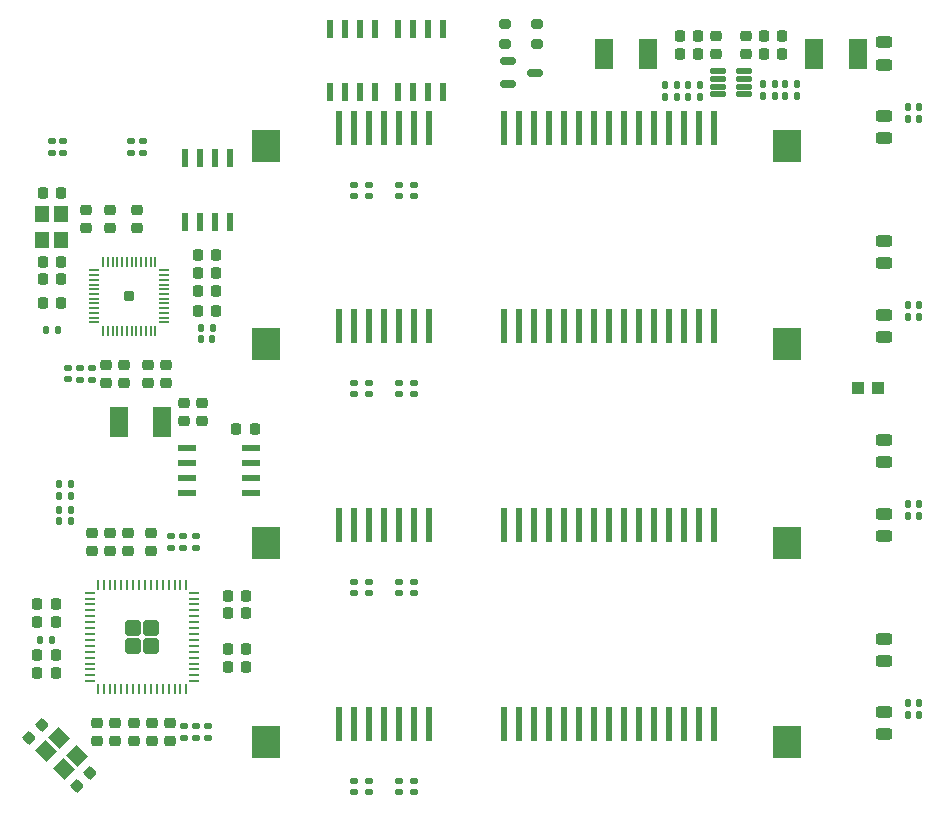
<source format=gtp>
%TF.GenerationSoftware,KiCad,Pcbnew,7.0.9*%
%TF.CreationDate,2025-01-01T13:08:25+08:00*%
%TF.ProjectId,ver0.1-rounded,76657230-2e31-42d7-926f-756e6465642e,rev?*%
%TF.SameCoordinates,Original*%
%TF.FileFunction,Paste,Top*%
%TF.FilePolarity,Positive*%
%FSLAX46Y46*%
G04 Gerber Fmt 4.6, Leading zero omitted, Abs format (unit mm)*
G04 Created by KiCad (PCBNEW 7.0.9) date 2025-01-01 13:08:25*
%MOMM*%
%LPD*%
G01*
G04 APERTURE LIST*
G04 Aperture macros list*
%AMRoundRect*
0 Rectangle with rounded corners*
0 $1 Rounding radius*
0 $2 $3 $4 $5 $6 $7 $8 $9 X,Y pos of 4 corners*
0 Add a 4 corners polygon primitive as box body*
4,1,4,$2,$3,$4,$5,$6,$7,$8,$9,$2,$3,0*
0 Add four circle primitives for the rounded corners*
1,1,$1+$1,$2,$3*
1,1,$1+$1,$4,$5*
1,1,$1+$1,$6,$7*
1,1,$1+$1,$8,$9*
0 Add four rect primitives between the rounded corners*
20,1,$1+$1,$2,$3,$4,$5,0*
20,1,$1+$1,$4,$5,$6,$7,0*
20,1,$1+$1,$6,$7,$8,$9,0*
20,1,$1+$1,$8,$9,$2,$3,0*%
%AMRotRect*
0 Rectangle, with rotation*
0 The origin of the aperture is its center*
0 $1 length*
0 $2 width*
0 $3 Rotation angle, in degrees counterclockwise*
0 Add horizontal line*
21,1,$1,$2,0,0,$3*%
%AMFreePoly0*
4,1,33,0.459513,0.680391,0.494205,0.666021,0.523996,0.643161,0.643161,0.523996,0.666021,0.494205,0.680391,0.459513,0.685292,0.422283,0.685292,-0.422283,0.680391,-0.459513,0.666021,-0.494205,0.643161,-0.523996,0.523996,-0.643161,0.494205,-0.666021,0.459513,-0.680391,0.422283,-0.685292,-0.422283,-0.685292,-0.459513,-0.680391,-0.494205,-0.666021,-0.523996,-0.643161,-0.643161,-0.523996,
-0.666021,-0.494205,-0.680391,-0.459513,-0.685292,-0.422283,-0.685292,0.422283,-0.680391,0.459513,-0.666021,0.494205,-0.643161,0.523996,-0.523996,0.643161,-0.494205,0.666021,-0.459513,0.680391,-0.422283,0.685292,0.422283,0.685292,0.459513,0.680391,0.459513,0.680391,$1*%
G04 Aperture macros list end*
%ADD10RoundRect,0.147500X0.147500X0.172500X-0.147500X0.172500X-0.147500X-0.172500X0.147500X-0.172500X0*%
%ADD11R,1.550000X0.600000*%
%ADD12RoundRect,0.243750X-0.456250X0.243750X-0.456250X-0.243750X0.456250X-0.243750X0.456250X0.243750X0*%
%ADD13RoundRect,0.135000X-0.185000X0.135000X-0.185000X-0.135000X0.185000X-0.135000X0.185000X0.135000X0*%
%ADD14RoundRect,0.243750X0.456250X-0.243750X0.456250X0.243750X-0.456250X0.243750X-0.456250X-0.243750X0*%
%ADD15RoundRect,0.225000X0.250000X-0.225000X0.250000X0.225000X-0.250000X0.225000X-0.250000X-0.225000X0*%
%ADD16RoundRect,0.225000X-0.225000X-0.250000X0.225000X-0.250000X0.225000X0.250000X-0.225000X0.250000X0*%
%ADD17RoundRect,0.140000X-0.170000X0.140000X-0.170000X-0.140000X0.170000X-0.140000X0.170000X0.140000X0*%
%ADD18RoundRect,0.225000X0.225000X0.250000X-0.225000X0.250000X-0.225000X-0.250000X0.225000X-0.250000X0*%
%ADD19R,2.440000X2.820000*%
%ADD20R,0.600000X2.900000*%
%ADD21RoundRect,0.225000X-0.250000X0.225000X-0.250000X-0.225000X0.250000X-0.225000X0.250000X0.225000X0*%
%ADD22R,0.600000X1.550000*%
%ADD23RoundRect,0.140000X-0.140000X-0.170000X0.140000X-0.170000X0.140000X0.170000X-0.140000X0.170000X0*%
%ADD24RoundRect,0.225000X0.017678X-0.335876X0.335876X-0.017678X-0.017678X0.335876X-0.335876X0.017678X0*%
%ADD25RoundRect,0.135000X0.185000X-0.135000X0.185000X0.135000X-0.185000X0.135000X-0.185000X-0.135000X0*%
%ADD26RoundRect,0.135000X0.135000X0.185000X-0.135000X0.185000X-0.135000X-0.185000X0.135000X-0.185000X0*%
%ADD27RoundRect,0.062500X0.062500X0.350000X-0.062500X0.350000X-0.062500X-0.350000X0.062500X-0.350000X0*%
%ADD28RoundRect,0.062500X0.350000X0.062500X-0.350000X0.062500X-0.350000X-0.062500X0.350000X-0.062500X0*%
%ADD29FreePoly0,180.000000*%
%ADD30RoundRect,0.135000X-0.135000X-0.185000X0.135000X-0.185000X0.135000X0.185000X-0.135000X0.185000X0*%
%ADD31RoundRect,0.150000X-0.512500X-0.150000X0.512500X-0.150000X0.512500X0.150000X-0.512500X0.150000X0*%
%ADD32RoundRect,0.050000X0.050000X0.375000X-0.050000X0.375000X-0.050000X-0.375000X0.050000X-0.375000X0*%
%ADD33RoundRect,0.050000X0.375000X0.050000X-0.375000X0.050000X-0.375000X-0.050000X0.375000X-0.050000X0*%
%ADD34RoundRect,0.211634X0.211634X0.211634X-0.211634X0.211634X-0.211634X-0.211634X0.211634X-0.211634X0*%
%ADD35RoundRect,0.200000X-0.275000X0.200000X-0.275000X-0.200000X0.275000X-0.200000X0.275000X0.200000X0*%
%ADD36R,1.000000X1.000000*%
%ADD37RotRect,1.400000X1.200000X135.000000*%
%ADD38R,1.200000X1.400000*%
%ADD39R,1.500000X2.500000*%
%ADD40RoundRect,0.125000X0.537500X0.125000X-0.537500X0.125000X-0.537500X-0.125000X0.537500X-0.125000X0*%
G04 APERTURE END LIST*
D10*
%TO.C,R41*%
X183405900Y-93565980D03*
X184375900Y-93565980D03*
%TD*%
D11*
%TO.C,U6*%
X127789920Y-104648000D03*
X127789920Y-105918000D03*
X127789920Y-107188000D03*
X127789920Y-108458000D03*
X122389920Y-108458000D03*
X122389920Y-107188000D03*
X122389920Y-105918000D03*
X122389920Y-104648000D03*
%TD*%
D12*
%TO.C,D2*%
X181415560Y-78408800D03*
X181415560Y-76533800D03*
%TD*%
D13*
%TO.C,R29*%
X123154440Y-129177720D03*
X123154440Y-128157720D03*
%TD*%
D14*
%TO.C,D6*%
X181415600Y-120757400D03*
X181415600Y-122632400D03*
%TD*%
D15*
%TO.C,C64*%
X119400320Y-127892720D03*
X119400320Y-129442720D03*
%TD*%
D16*
%TO.C,C23*%
X111727280Y-90357960D03*
X110177280Y-90357960D03*
%TD*%
D10*
%TO.C,R40*%
X183405900Y-126187200D03*
X184375900Y-126187200D03*
%TD*%
D15*
%TO.C,C47*%
X119126000Y-97565120D03*
X119126000Y-99115120D03*
%TD*%
D17*
%TO.C,C39*%
X110939580Y-79617720D03*
X110939580Y-78657720D03*
%TD*%
D15*
%TO.C,C40*%
X122107500Y-100787460D03*
X122107500Y-102337460D03*
%TD*%
D18*
%TO.C,C46*%
X123298900Y-88275160D03*
X124848900Y-88275160D03*
%TD*%
D19*
%TO.C,J7*%
X173232320Y-95864140D03*
X129052320Y-95864140D03*
D20*
X142882320Y-94340140D03*
X141612320Y-94340140D03*
X140342320Y-94340140D03*
X139072320Y-94340140D03*
X137802320Y-94340140D03*
X136532320Y-94340140D03*
X135262320Y-94340140D03*
X167022320Y-94340140D03*
X165742320Y-94340140D03*
X164472320Y-94340140D03*
X163202320Y-94340140D03*
X161932320Y-94340140D03*
X160662320Y-94340140D03*
X159392320Y-94340140D03*
X158122320Y-94340140D03*
X156852320Y-94340140D03*
X155582320Y-94340140D03*
X154312320Y-94340140D03*
X153042320Y-94340140D03*
X151772320Y-94340140D03*
X150502320Y-94340140D03*
X149232320Y-94340140D03*
%TD*%
D18*
%TO.C,C29*%
X123298900Y-89796420D03*
X124848900Y-89796420D03*
%TD*%
D16*
%TO.C,C55*%
X111272620Y-122186700D03*
X109722620Y-122186700D03*
%TD*%
D18*
%TO.C,C28*%
X123298900Y-92991940D03*
X124848900Y-92991940D03*
%TD*%
D17*
%TO.C,C57*%
X122161300Y-129147720D03*
X122161300Y-128187720D03*
%TD*%
D18*
%TO.C,C52*%
X125838900Y-118633240D03*
X127388900Y-118633240D03*
%TD*%
D16*
%TO.C,C50*%
X128125220Y-102981760D03*
X126575220Y-102981760D03*
%TD*%
D18*
%TO.C,C130*%
X125838900Y-121627900D03*
X127388900Y-121627900D03*
%TD*%
D16*
%TO.C,C30*%
X111717100Y-92390740D03*
X110167100Y-92390740D03*
%TD*%
D10*
%TO.C,R35*%
X183405900Y-75722480D03*
X184375900Y-75722480D03*
%TD*%
D21*
%TO.C,C56*%
X114330480Y-113367820D03*
X114330480Y-111817820D03*
%TD*%
D12*
%TO.C,D5*%
X181415560Y-128857800D03*
X181415560Y-126982800D03*
%TD*%
D19*
%TO.C,J6*%
X173232320Y-129517140D03*
X129052320Y-129517140D03*
D20*
X142882320Y-127993140D03*
X141612320Y-127993140D03*
X140342320Y-127993140D03*
X139072320Y-127993140D03*
X137802320Y-127993140D03*
X136532320Y-127993140D03*
X135262320Y-127993140D03*
X167022320Y-127993140D03*
X165742320Y-127993140D03*
X164472320Y-127993140D03*
X163202320Y-127993140D03*
X161932320Y-127993140D03*
X160662320Y-127993140D03*
X159392320Y-127993140D03*
X158122320Y-127993140D03*
X156852320Y-127993140D03*
X155582320Y-127993140D03*
X154312320Y-127993140D03*
X153042320Y-127993140D03*
X151772320Y-127993140D03*
X150502320Y-127993140D03*
X149232320Y-127993140D03*
%TD*%
D22*
%TO.C,U4*%
X125996700Y-85465020D03*
X124726700Y-85465020D03*
X123456700Y-85465020D03*
X122186700Y-85465020D03*
X122186700Y-80065020D03*
X123456700Y-80065020D03*
X124726700Y-80065020D03*
X125996700Y-80065020D03*
%TD*%
D15*
%TO.C,C27*%
X117091460Y-97565120D03*
X117091460Y-99115120D03*
%TD*%
D13*
%TO.C,R33*%
X124157740Y-129177720D03*
X124157740Y-128157720D03*
%TD*%
D23*
%TO.C,C44*%
X112534640Y-108668820D03*
X111574640Y-108668820D03*
%TD*%
D19*
%TO.C,J5*%
X173232320Y-112694140D03*
X129052320Y-112694140D03*
D20*
X142882320Y-111170140D03*
X141612320Y-111170140D03*
X140342320Y-111170140D03*
X139072320Y-111170140D03*
X137802320Y-111170140D03*
X136532320Y-111170140D03*
X135262320Y-111170140D03*
X167022320Y-111170140D03*
X165742320Y-111170140D03*
X164472320Y-111170140D03*
X163202320Y-111170140D03*
X161932320Y-111170140D03*
X160662320Y-111170140D03*
X159392320Y-111170140D03*
X158122320Y-111170140D03*
X156852320Y-111170140D03*
X155582320Y-111170140D03*
X154312320Y-111170140D03*
X153042320Y-111170140D03*
X151772320Y-111170140D03*
X150502320Y-111170140D03*
X149232320Y-111170140D03*
%TD*%
D10*
%TO.C,R42*%
X183405900Y-92544900D03*
X184375900Y-92544900D03*
%TD*%
D16*
%TO.C,C54*%
X111272620Y-119382540D03*
X109722620Y-119382540D03*
%TD*%
D24*
%TO.C,C49*%
X110127460Y-128067275D03*
X109031444Y-129163291D03*
%TD*%
D21*
%TO.C,C60*%
X119331740Y-113364520D03*
X119331740Y-111814520D03*
%TD*%
D15*
%TO.C,C32*%
X120644920Y-97565120D03*
X120644920Y-99115120D03*
%TD*%
D25*
%TO.C,R24*%
X114320320Y-97830120D03*
X114320320Y-98850120D03*
%TD*%
D12*
%TO.C,D3*%
X181415560Y-110179800D03*
X181415560Y-112054800D03*
%TD*%
D17*
%TO.C,C36*%
X117688360Y-79621320D03*
X117688360Y-78661320D03*
%TD*%
D22*
%TO.C,Q2*%
X138277600Y-74510000D03*
X137007600Y-74510000D03*
X135737600Y-74510000D03*
X134467600Y-74510000D03*
X134467600Y-69110000D03*
X135737600Y-69110000D03*
X137007600Y-69110000D03*
X138277600Y-69110000D03*
%TD*%
D15*
%TO.C,C132*%
X120916700Y-127892720D03*
X120916700Y-129442720D03*
%TD*%
D16*
%TO.C,C63*%
X111272620Y-123705620D03*
X109722620Y-123705620D03*
%TD*%
D17*
%TO.C,C37*%
X111922560Y-79617720D03*
X111922560Y-78657720D03*
%TD*%
D18*
%TO.C,C58*%
X125846540Y-117116860D03*
X127396540Y-117116860D03*
%TD*%
D26*
%TO.C,R26*%
X110437200Y-94665800D03*
X111457200Y-94665800D03*
%TD*%
D17*
%TO.C,C35*%
X118671340Y-79618780D03*
X118671340Y-78658780D03*
%TD*%
D15*
%TO.C,C53*%
X117868700Y-127892720D03*
X117868700Y-129442720D03*
%TD*%
D22*
%TO.C,Q1*%
X144068800Y-74522520D03*
X142798800Y-74522520D03*
X141528800Y-74522520D03*
X140258800Y-74522520D03*
X140258800Y-69122520D03*
X141528800Y-69122520D03*
X142798800Y-69122520D03*
X144068800Y-69122520D03*
%TD*%
D25*
%TO.C,R31*%
X122092720Y-112042480D03*
X122092720Y-113062480D03*
%TD*%
D27*
%TO.C,jmb1*%
X122342600Y-125062100D03*
X121842600Y-125062100D03*
X121342600Y-125062100D03*
X120842600Y-125062100D03*
X120342600Y-125062100D03*
X119842600Y-125062100D03*
X119342600Y-125062100D03*
X118842600Y-125062100D03*
X118342600Y-125062100D03*
X117842600Y-125062100D03*
X117342600Y-125062100D03*
X116842600Y-125062100D03*
X116342600Y-125062100D03*
X115842600Y-125062100D03*
X115342600Y-125062100D03*
X114842600Y-125062100D03*
D28*
X114155100Y-124374600D03*
X114155100Y-123874600D03*
X114155100Y-123374600D03*
X114155100Y-122874600D03*
X114155100Y-122374600D03*
X114155100Y-121874600D03*
X114155100Y-121374600D03*
X114155100Y-120874600D03*
X114155100Y-120374600D03*
X114155100Y-119874600D03*
X114155100Y-119374600D03*
X114155100Y-118874600D03*
X114155100Y-118374600D03*
X114155100Y-117874600D03*
X114155100Y-117374600D03*
X114155100Y-116874600D03*
D27*
X114842600Y-116187100D03*
X115342600Y-116187100D03*
X115842600Y-116187100D03*
X116342600Y-116187100D03*
X116842600Y-116187100D03*
X117342600Y-116187100D03*
X117842600Y-116187100D03*
X118342600Y-116187100D03*
X118842600Y-116187100D03*
X119342600Y-116187100D03*
X119842600Y-116187100D03*
X120342600Y-116187100D03*
X120842600Y-116187100D03*
X121342600Y-116187100D03*
X121842600Y-116187100D03*
X122342600Y-116187100D03*
D28*
X123030100Y-116874600D03*
X123030100Y-117374600D03*
X123030100Y-117874600D03*
X123030100Y-118374600D03*
X123030100Y-118874600D03*
X123030100Y-119374600D03*
X123030100Y-119874600D03*
X123030100Y-120374600D03*
X123030100Y-120874600D03*
X123030100Y-121374600D03*
X123030100Y-121874600D03*
X123030100Y-122374600D03*
X123030100Y-122874600D03*
X123030100Y-123374600D03*
X123030100Y-123874600D03*
X123030100Y-124374600D03*
D29*
X117867600Y-119899600D03*
X117867600Y-121349600D03*
X119317600Y-119899600D03*
X119317600Y-121349600D03*
%TD*%
D30*
%TO.C,R23*%
X124583900Y-94449900D03*
X123563900Y-94449900D03*
%TD*%
D10*
%TO.C,R39*%
X183405900Y-127195580D03*
X184375900Y-127195580D03*
%TD*%
D25*
%TO.C,R32*%
X123156980Y-112042480D03*
X123156980Y-113062480D03*
%TD*%
D21*
%TO.C,C61*%
X115844320Y-113367820D03*
X115844320Y-111817820D03*
%TD*%
D18*
%TO.C,C34*%
X123298900Y-91315540D03*
X124848900Y-91315540D03*
%TD*%
D31*
%TO.C,T1*%
X151843320Y-72842120D03*
X149568320Y-73792120D03*
X149568320Y-71892120D03*
%TD*%
D21*
%TO.C,C26*%
X113879340Y-86008720D03*
X113879340Y-84458720D03*
%TD*%
D10*
%TO.C,R36*%
X183405900Y-76746100D03*
X184375900Y-76746100D03*
%TD*%
%TO.C,R37*%
X183405900Y-110393480D03*
X184375900Y-110393480D03*
%TD*%
D13*
%TO.C,R25*%
X113337340Y-98850120D03*
X113337340Y-97830120D03*
%TD*%
D32*
%TO.C,U5*%
X119712320Y-94737980D03*
X119312320Y-94737980D03*
X118912320Y-94737980D03*
X118512320Y-94737980D03*
X118112320Y-94737980D03*
X117712320Y-94737980D03*
X117312320Y-94737980D03*
X116912320Y-94737980D03*
X116512320Y-94737980D03*
X116112320Y-94737980D03*
X115712320Y-94737980D03*
X115312320Y-94737980D03*
D33*
X114562320Y-93987980D03*
X114562320Y-93587980D03*
X114562320Y-93187980D03*
X114562320Y-92787980D03*
X114562320Y-92387980D03*
X114562320Y-91987980D03*
X114562320Y-91587980D03*
X114562320Y-91187980D03*
X114562320Y-90787980D03*
X114562320Y-90387980D03*
X114562320Y-89987980D03*
X114562320Y-89587980D03*
D32*
X115312320Y-88837980D03*
X115712320Y-88837980D03*
X116112320Y-88837980D03*
X116512320Y-88837980D03*
X116912320Y-88837980D03*
X117312320Y-88837980D03*
X117712320Y-88837980D03*
X118112320Y-88837980D03*
X118512320Y-88837980D03*
X118912320Y-88837980D03*
X119312320Y-88837980D03*
X119712320Y-88837980D03*
D33*
X120462320Y-89587980D03*
X120462320Y-89987980D03*
X120462320Y-90387980D03*
X120462320Y-90787980D03*
X120462320Y-91187980D03*
X120462320Y-91587980D03*
X120462320Y-91987980D03*
X120462320Y-92387980D03*
X120462320Y-92787980D03*
X120462320Y-93187980D03*
X120462320Y-93587980D03*
X120462320Y-93987980D03*
D34*
X117512320Y-91787980D03*
%TD*%
D21*
%TO.C,C25*%
X115841780Y-86008720D03*
X115841780Y-84458720D03*
%TD*%
D24*
%TO.C,C48*%
X114205231Y-132142904D03*
X113109215Y-133238920D03*
%TD*%
D23*
%TO.C,C42*%
X112534640Y-110828280D03*
X111574640Y-110828280D03*
%TD*%
%TO.C,C43*%
X112534640Y-107696000D03*
X111574640Y-107696000D03*
%TD*%
D15*
%TO.C,C45*%
X123628960Y-100785220D03*
X123628960Y-102335220D03*
%TD*%
D35*
%TO.C,R27*%
X149352000Y-68742560D03*
X149352000Y-70392560D03*
%TD*%
D12*
%TO.C,D7*%
X181415560Y-95231800D03*
X181415560Y-93356800D03*
%TD*%
D36*
%TO.C,R44*%
X179236000Y-99568000D03*
X180936000Y-99568000D03*
%TD*%
D21*
%TO.C,C51*%
X117363240Y-113364520D03*
X117363240Y-111814520D03*
%TD*%
D25*
%TO.C,R30*%
X121051320Y-112042480D03*
X121051320Y-113062480D03*
%TD*%
D23*
%TO.C,C41*%
X112534640Y-109855000D03*
X111574640Y-109855000D03*
%TD*%
D14*
%TO.C,D1*%
X181415600Y-70288400D03*
X181415600Y-72163400D03*
%TD*%
D21*
%TO.C,C24*%
X118186200Y-86008720D03*
X118186200Y-84458720D03*
%TD*%
D14*
%TO.C,D8*%
X181415600Y-87111400D03*
X181415600Y-88986400D03*
%TD*%
D26*
%TO.C,R28*%
X109987620Y-120924320D03*
X111007620Y-120924320D03*
%TD*%
D35*
%TO.C,R34*%
X152072340Y-70392560D03*
X152072340Y-68742560D03*
%TD*%
D18*
%TO.C,C65*%
X125838900Y-123151900D03*
X127388900Y-123151900D03*
%TD*%
D16*
%TO.C,C22*%
X111714580Y-88841580D03*
X110164580Y-88841580D03*
%TD*%
D19*
%TO.C,J4*%
X173232320Y-79034140D03*
X129052320Y-79034140D03*
D20*
X142882320Y-77510140D03*
X141612320Y-77510140D03*
X140342320Y-77510140D03*
X139072320Y-77510140D03*
X137802320Y-77510140D03*
X136532320Y-77510140D03*
X135262320Y-77510140D03*
X167022320Y-77510140D03*
X165742320Y-77510140D03*
X164472320Y-77510140D03*
X163202320Y-77510140D03*
X161932320Y-77510140D03*
X160662320Y-77510140D03*
X159392320Y-77510140D03*
X158122320Y-77510140D03*
X156852320Y-77510140D03*
X155582320Y-77510140D03*
X154312320Y-77510140D03*
X153042320Y-77510140D03*
X151772320Y-77510140D03*
X150502320Y-77510140D03*
X149232320Y-77510140D03*
%TD*%
D10*
%TO.C,R38*%
X183405900Y-109372400D03*
X184375900Y-109372400D03*
%TD*%
D14*
%TO.C,D4*%
X181415600Y-103934400D03*
X181415600Y-105809400D03*
%TD*%
D15*
%TO.C,C131*%
X114818160Y-127892720D03*
X114818160Y-129442720D03*
%TD*%
D16*
%TO.C,C62*%
X111272620Y-117858540D03*
X109722620Y-117858540D03*
%TD*%
D23*
%TO.C,C21*%
X124553900Y-95435420D03*
X123593900Y-95435420D03*
%TD*%
D37*
%TO.C,Y2*%
X111992452Y-131841083D03*
X110436817Y-130285448D03*
X111568188Y-129154077D03*
X113123823Y-130709712D03*
%TD*%
D15*
%TO.C,C33*%
X115577620Y-97565120D03*
X115577620Y-99115120D03*
%TD*%
D38*
%TO.C,Y1*%
X110139580Y-87051660D03*
X110139580Y-84851660D03*
X111739580Y-84851660D03*
X111739580Y-87051660D03*
%TD*%
D17*
%TO.C,C38*%
X112354360Y-98820120D03*
X112354360Y-97860120D03*
%TD*%
D16*
%TO.C,C31*%
X111714580Y-83060540D03*
X110164580Y-83060540D03*
%TD*%
D39*
%TO.C,L5*%
X120310520Y-102389940D03*
X116610520Y-102389940D03*
%TD*%
D15*
%TO.C,C59*%
X116342160Y-127892720D03*
X116342160Y-129442720D03*
%TD*%
D17*
%TO.C,C115*%
X137789900Y-82344200D03*
X137789900Y-83304200D03*
%TD*%
%TO.C,C123*%
X137789900Y-132816600D03*
X137789900Y-133776600D03*
%TD*%
D40*
%TO.C,U3*%
X169590300Y-74671996D03*
X169590300Y-74021996D03*
X169590300Y-73371996D03*
X169590300Y-72721996D03*
X167315300Y-72721996D03*
X167315300Y-73371996D03*
X167315300Y-74021996D03*
X167315300Y-74671996D03*
%TD*%
D39*
%TO.C,L4*%
X179192800Y-71308202D03*
X175492800Y-71308202D03*
%TD*%
D26*
%TO.C,R22*%
X173066100Y-73848202D03*
X174086100Y-73848202D03*
%TD*%
D30*
%TO.C,R19*%
X171143200Y-74864202D03*
X172163200Y-74864202D03*
%TD*%
%TO.C,R16*%
X162837400Y-73873602D03*
X163857400Y-73873602D03*
%TD*%
D17*
%TO.C,C117*%
X141599900Y-83304200D03*
X141599900Y-82344200D03*
%TD*%
D30*
%TO.C,R18*%
X164775300Y-73873602D03*
X165795300Y-73873602D03*
%TD*%
D17*
%TO.C,C129*%
X141599900Y-99105600D03*
X141599900Y-100065600D03*
%TD*%
%TO.C,C119*%
X137795000Y-115951000D03*
X137795000Y-116911000D03*
%TD*%
D26*
%TO.C,R15*%
X163857400Y-74889602D03*
X162837400Y-74889602D03*
%TD*%
D21*
%TO.C,C18*%
X169722800Y-69711617D03*
X169722800Y-71261617D03*
%TD*%
D26*
%TO.C,R20*%
X171143200Y-73848202D03*
X172163200Y-73848202D03*
%TD*%
D17*
%TO.C,C124*%
X140329900Y-132816600D03*
X140329900Y-133776600D03*
%TD*%
D30*
%TO.C,R21*%
X173066100Y-74864202D03*
X174086100Y-74864202D03*
%TD*%
D21*
%TO.C,C17*%
X167212800Y-69711617D03*
X167212800Y-71261617D03*
%TD*%
D17*
%TO.C,C118*%
X136525000Y-115951000D03*
X136525000Y-116911000D03*
%TD*%
D26*
%TO.C,R17*%
X165795300Y-74889602D03*
X164775300Y-74889602D03*
%TD*%
D39*
%TO.C,L3*%
X161442400Y-71308202D03*
X157742400Y-71308202D03*
%TD*%
D17*
%TO.C,C128*%
X140329900Y-99105600D03*
X140329900Y-100065600D03*
%TD*%
D18*
%TO.C,C15*%
X165697200Y-69745116D03*
X164147200Y-69745116D03*
%TD*%
D17*
%TO.C,C120*%
X140335000Y-115951000D03*
X140335000Y-116911000D03*
%TD*%
D16*
%TO.C,C19*%
X171246800Y-71278316D03*
X172796800Y-71278316D03*
%TD*%
D17*
%TO.C,C125*%
X141605000Y-132816600D03*
X141605000Y-133776600D03*
%TD*%
D16*
%TO.C,C20*%
X171246800Y-69745116D03*
X172796800Y-69745116D03*
%TD*%
D17*
%TO.C,C116*%
X140329900Y-83304200D03*
X140329900Y-82344200D03*
%TD*%
%TO.C,C127*%
X137789900Y-99105600D03*
X137789900Y-100065600D03*
%TD*%
%TO.C,C121*%
X141605000Y-115951000D03*
X141605000Y-116911000D03*
%TD*%
%TO.C,C122*%
X136519900Y-132805320D03*
X136519900Y-133765320D03*
%TD*%
%TO.C,C126*%
X136519900Y-99105600D03*
X136519900Y-100065600D03*
%TD*%
D18*
%TO.C,C16*%
X165697200Y-71269116D03*
X164147200Y-71269116D03*
%TD*%
D17*
%TO.C,C114*%
X136519900Y-82335520D03*
X136519900Y-83295520D03*
%TD*%
M02*

</source>
